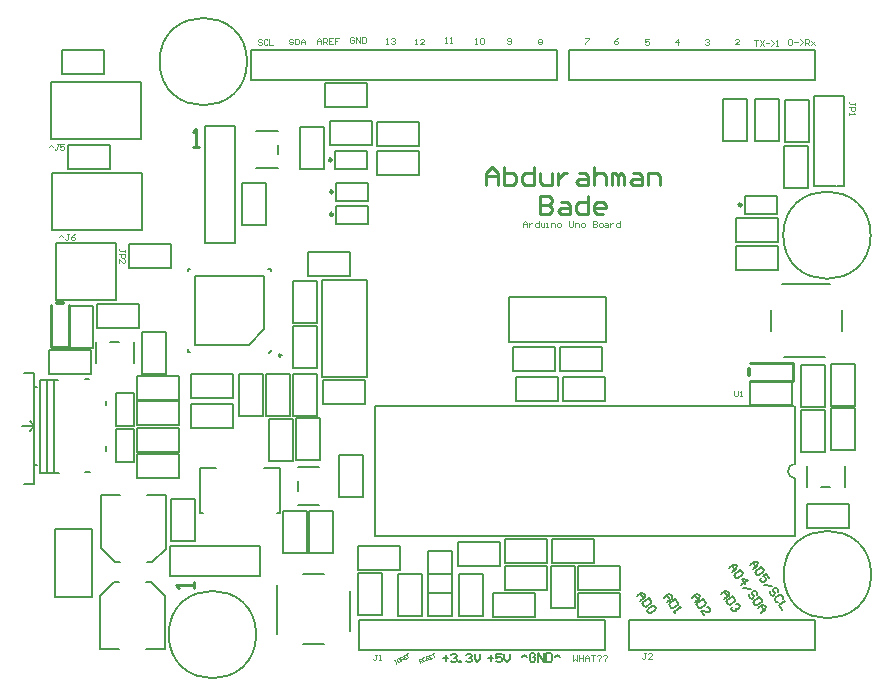
<source format=gto>
G04*
G04 #@! TF.GenerationSoftware,Altium Limited,Altium Designer,20.1.7 (139)*
G04*
G04 Layer_Color=65535*
%FSLAX44Y44*%
%MOMM*%
G71*
G04*
G04 #@! TF.SameCoordinates,E8198626-57D4-45C4-B418-2AD32184AFD2*
G04*
G04*
G04 #@! TF.FilePolarity,Positive*
G04*
G01*
G75*
%ADD10C,0.2000*%
%ADD11C,0.2500*%
%ADD12C,0.2540*%
%ADD13C,0.3778*%
%ADD14C,0.2000*%
%ADD15C,0.1000*%
D10*
X633350Y170180D02*
G03*
X633350Y157480I0J-6350D01*
G01*
X169000Y510500D02*
G03*
X169000Y510500I-37000J0D01*
G01*
X697000Y363500D02*
G03*
X697000Y363500I-37000J0D01*
G01*
X697400Y76200D02*
G03*
X697400Y76200I-37000J0D01*
G01*
X176700Y25400D02*
G03*
X176700Y25400I-37000J0D01*
G01*
X549450Y108830D02*
X633350D01*
X277750D02*
X371650D01*
X609575Y218830D02*
X632500D01*
X540800D02*
X563725D01*
X609575D01*
X277750D02*
X366650D01*
X544450D01*
X277750Y108830D02*
Y218830D01*
X371650Y108830D02*
X549450D01*
X633350D02*
Y157480D01*
Y170430D02*
Y218830D01*
X-15125Y198000D02*
X-11125Y202000D01*
X-15125Y206000D02*
X-11125Y202000D01*
X-10125Y169000D02*
X-9125D01*
X-11125Y235000D02*
X-9125D01*
X-21125Y202000D02*
X-11125D01*
X-20125Y247000D02*
X-11125D01*
X-20125Y153000D02*
X-11125D01*
Y247000D01*
X5875Y162000D02*
Y240000D01*
X-125Y162000D02*
Y240000D01*
X-6125Y162000D02*
X9875D01*
X-6125D02*
Y241000D01*
X8875D01*
X49875Y181000D02*
Y185000D01*
Y220000D02*
Y223000D01*
X31875Y163000D02*
X35875D01*
X31875Y242000D02*
X34875D01*
X624000Y260500D02*
X658000D01*
X622000Y322500D02*
X663000D01*
X673000Y282500D02*
Y300500D01*
X613000Y282500D02*
Y300500D01*
X216000Y17000D02*
X234000D01*
X216000Y77000D02*
X234000D01*
X194000Y26000D02*
Y67000D01*
X256000Y28000D02*
Y62000D01*
X617600Y381380D02*
Y396620D01*
X590400Y381380D02*
X617600D01*
X590400D02*
Y396620D01*
X617600D01*
X243400Y434620D02*
X270600D01*
X243400Y419380D02*
Y434620D01*
Y419380D02*
X270600D01*
Y434620D01*
X271600Y392380D02*
Y407620D01*
X244400Y392380D02*
X271600D01*
X244400D02*
Y407620D01*
X271600D01*
X244400Y388620D02*
X271600D01*
X244400Y373380D02*
Y388620D01*
Y373380D02*
X271600D01*
Y388620D01*
X57700Y308951D02*
Y356830D01*
X6900D02*
X57700D01*
X6900Y308570D02*
Y356830D01*
Y308570D02*
X57700D01*
X663840Y218720D02*
X684160D01*
X663840D02*
Y254280D01*
X684160Y218720D02*
Y254280D01*
X663840D02*
X684160D01*
X663340Y217280D02*
X683660D01*
X663340Y181720D02*
Y217280D01*
X683660Y181720D02*
Y217280D01*
X663340Y181720D02*
X683660D01*
X180340Y520700D02*
X431800D01*
X172720D02*
X180340D01*
X172720Y495300D02*
Y520700D01*
Y495300D02*
X431800D01*
Y520700D01*
X321840Y60220D02*
X342160D01*
X321840D02*
Y95780D01*
X342160Y60220D02*
Y95780D01*
X321840D02*
X342160D01*
X4000Y367670D02*
Y415549D01*
Y367670D02*
X80200D01*
Y415930D01*
X4000D02*
X80200D01*
X208280Y325120D02*
X228600D01*
X208280Y289560D02*
Y325120D01*
X228600Y289560D02*
Y325120D01*
X208280Y289560D02*
X228600D01*
X157480Y200660D02*
Y220980D01*
X121920Y200660D02*
X157480D01*
X121920Y220980D02*
X157480D01*
X121920Y200660D02*
Y220980D01*
X187960Y172720D02*
X208280D01*
Y208280D01*
X187960Y172720D02*
Y208280D01*
X208280D01*
X164840Y407780D02*
X185160D01*
Y372220D02*
Y407780D01*
X164840Y372220D02*
Y407780D01*
Y372220D02*
X185160D01*
X99500Y13500D02*
Y58500D01*
X83500Y13500D02*
X99500D01*
X44500D02*
X60500D01*
X44500D02*
Y58500D01*
X45000Y59000D02*
X56250Y70250D01*
X60750D01*
X87750D02*
X99000Y59000D01*
X83250Y70250D02*
X87750D01*
X17220Y419840D02*
Y440160D01*
Y419840D02*
X52780D01*
X17220Y440160D02*
X52780D01*
Y419840D02*
Y440160D01*
X412780Y39840D02*
Y60160D01*
X377220D02*
X412780D01*
X377220Y39840D02*
X412780D01*
X377220D02*
Y60160D01*
X208280Y210820D02*
X228600D01*
Y246380D01*
X208280Y210820D02*
Y246380D01*
X228600D01*
X347980Y83820D02*
Y104140D01*
X383540D01*
X347980Y83820D02*
X383540D01*
Y104140D01*
X449580Y40640D02*
Y60960D01*
Y40640D02*
X485140D01*
X449580Y60960D02*
X485140D01*
Y40640D02*
Y60960D01*
X650240Y20320D02*
Y22225D01*
Y12700D02*
Y20320D01*
Y31750D02*
Y38100D01*
Y28575D02*
Y31750D01*
Y22225D02*
Y28575D01*
X492760Y12700D02*
X650240D01*
X492760Y38100D02*
X650240D01*
X492760Y12700D02*
Y38100D01*
X426720Y48260D02*
X447040D01*
Y83820D01*
X426720Y48260D02*
Y83820D01*
X447040D01*
X263220Y79840D02*
Y100160D01*
X298780D01*
X263220Y79840D02*
X298780D01*
Y100160D01*
X12220Y499840D02*
Y520160D01*
Y499840D02*
X47780D01*
X12220Y520160D02*
X47780D01*
Y499840D02*
Y520160D01*
X469900Y248920D02*
Y269240D01*
X434340D02*
X469900D01*
X434340Y248920D02*
X469900D01*
X434340D02*
Y269240D01*
X396900Y223520D02*
Y243840D01*
X432460D01*
X396900Y223520D02*
X432460D01*
Y243840D01*
X429920Y248920D02*
Y269240D01*
X394360D02*
X429920D01*
X394360Y248920D02*
X429920D01*
X394360D02*
Y269240D01*
X221840Y94220D02*
X242160D01*
Y129780D01*
X221840Y94220D02*
Y129780D01*
X242160D01*
X140920Y357100D02*
X142825D01*
X133300D02*
X140920D01*
X152350D02*
X158700D01*
X148540D02*
X152350D01*
X142825D02*
X148540D01*
X133300D02*
Y456160D01*
X158700Y357100D02*
Y456160D01*
X133300D02*
X158700D01*
X36780Y245840D02*
Y266160D01*
X1220Y245840D02*
X36780D01*
X1220Y266160D02*
X36780D01*
X1220Y245840D02*
Y266160D01*
X637840Y217720D02*
X658160D01*
X637840D02*
Y253280D01*
X658160Y217720D02*
Y253280D01*
X637840D02*
X658160D01*
X18340Y303780D02*
X38660D01*
Y268220D02*
Y303780D01*
X18340Y268220D02*
Y303780D01*
Y268220D02*
X38660D01*
X637840Y215780D02*
X658160D01*
Y180220D02*
Y215780D01*
X637840Y180220D02*
Y215780D01*
Y180220D02*
X658160D01*
X185420Y210820D02*
X205740D01*
Y246380D01*
X185420Y210820D02*
Y246380D01*
X205740D01*
X462940Y86360D02*
Y106680D01*
X427380D02*
X462940D01*
X427380Y86360D02*
X462940D01*
X427380D02*
Y106680D01*
X76220Y223840D02*
Y244160D01*
Y223840D02*
X111780D01*
X76220Y244160D02*
X111780D01*
Y223840D02*
Y244160D01*
X618780Y333840D02*
Y354160D01*
X583220D02*
X618780D01*
X583220Y333840D02*
X618780D01*
X583220D02*
Y354160D01*
X643220Y115840D02*
Y136160D01*
Y115840D02*
X678780D01*
X643220Y136160D02*
X678780D01*
Y115840D02*
Y136160D01*
X262840Y42220D02*
X283160D01*
X262840D02*
Y77780D01*
X283160Y42220D02*
Y77780D01*
X262840D02*
X283160D01*
X630780Y219840D02*
Y240160D01*
X595220Y219840D02*
X630780D01*
X595220Y240160D02*
X630780D01*
X595220Y219840D02*
Y240160D01*
X387220Y62840D02*
Y83160D01*
Y62840D02*
X422780D01*
X387220Y83160D02*
X422780D01*
Y62840D02*
Y83160D01*
X210840Y173220D02*
X231160D01*
Y208780D01*
X210840Y173220D02*
Y208780D01*
X231160D01*
X77780Y285340D02*
Y305660D01*
X42220D02*
X77780D01*
X42220Y285340D02*
X77780D01*
X42220D02*
Y305660D01*
X38000Y57000D02*
Y115000D01*
X6000D02*
X38000D01*
X6000Y57000D02*
X38000D01*
X6000D02*
Y115000D01*
X270780Y471840D02*
Y492160D01*
X235220D02*
X270780D01*
X235220Y471840D02*
X270780D01*
X235220D02*
Y492160D01*
X220220Y328840D02*
Y349160D01*
Y328840D02*
X255780D01*
X220220Y349160D02*
X255780D01*
Y328840D02*
Y349160D01*
X650240Y495300D02*
Y520700D01*
X441960Y495300D02*
X650240D01*
X441960Y520700D02*
X650240D01*
X441960Y504825D02*
Y511175D01*
Y501650D02*
Y504825D01*
Y495300D02*
Y501650D01*
Y513080D02*
Y520700D01*
Y511175D02*
Y513080D01*
X246840Y177780D02*
X267160D01*
Y142220D02*
Y177780D01*
X246840Y142220D02*
Y177780D01*
Y142220D02*
X267160D01*
X104840Y139780D02*
X125160D01*
X104840Y104220D02*
Y139780D01*
X125160Y104220D02*
Y139780D01*
X104840Y104220D02*
X125160D01*
X103500Y75300D02*
Y100700D01*
X179700D01*
X103500Y75300D02*
X179700D01*
Y94350D02*
Y100700D01*
Y75300D02*
Y82920D01*
X179660Y83000D02*
Y94000D01*
X199840Y129780D02*
X220160D01*
X199840Y94220D02*
Y129780D01*
X220160Y94220D02*
Y129780D01*
X199840Y94220D02*
X220160D01*
X449580Y63500D02*
Y83820D01*
Y63500D02*
X485140D01*
X449580Y83820D02*
X485140D01*
Y63500D02*
Y83820D01*
X264160Y12700D02*
Y38100D01*
X472440D01*
X264160Y12700D02*
X472440D01*
Y22225D02*
Y28575D01*
Y31750D01*
Y38100D01*
Y12700D02*
Y20320D01*
Y22225D01*
X2900Y445070D02*
Y492949D01*
Y445070D02*
X79100D01*
Y493330D01*
X2900D02*
X79100D01*
X623840Y438780D02*
X644160D01*
Y403220D02*
Y438780D01*
X623840Y403220D02*
Y438780D01*
Y403220D02*
X644160D01*
X296840Y76780D02*
X317160D01*
X296840Y41220D02*
Y76780D01*
X317160Y41220D02*
Y76780D01*
X296840Y41220D02*
X317160D01*
X387220Y85840D02*
Y106160D01*
Y85840D02*
X422780D01*
X387220Y106160D02*
X422780D01*
Y85840D02*
Y106160D01*
X624840Y442220D02*
X645160D01*
Y477780D01*
X624840Y442220D02*
Y477780D01*
X645160D01*
X571840Y478780D02*
X592160D01*
Y443220D02*
Y478780D01*
X571840Y443220D02*
Y478780D01*
Y443220D02*
X592160D01*
X278720Y438840D02*
Y459160D01*
X314280D01*
X278720Y438840D02*
X314280D01*
Y459160D01*
X348840Y76780D02*
X369160D01*
X348840Y41220D02*
Y76780D01*
X369160Y41220D02*
Y76780D01*
X348840Y41220D02*
X369160D01*
X598840Y478780D02*
X619160D01*
Y443220D02*
Y478780D01*
X598840Y443220D02*
Y478780D01*
Y443220D02*
X619160D01*
X436220Y223520D02*
Y243840D01*
Y223520D02*
X471780D01*
X436220Y243840D02*
X471780D01*
Y223520D02*
Y243840D01*
X649300Y481700D02*
X674700D01*
Y405500D02*
Y481700D01*
X649300Y405500D02*
Y481700D01*
X668350Y405500D02*
X674700D01*
X649300D02*
X656920D01*
X657000Y405540D02*
X668000D01*
X583220Y357840D02*
Y378160D01*
X618780D01*
X583220Y357840D02*
X618780D01*
Y378160D01*
X157480Y226060D02*
Y246380D01*
X121920D02*
X157480D01*
X121920Y226060D02*
X157480D01*
X121920D02*
Y246380D01*
X213840Y419220D02*
X234160D01*
Y454780D01*
X213840Y419220D02*
Y454780D01*
X234160D01*
X162560Y210820D02*
X182880D01*
Y246380D01*
X162560Y210820D02*
Y246380D01*
X182880D01*
X239220Y439840D02*
Y460160D01*
X274780D01*
X239220Y439840D02*
X274780D01*
Y460160D01*
X79840Y246220D02*
X100160D01*
X79840D02*
Y281780D01*
X100160Y246220D02*
Y281780D01*
X79840D02*
X100160D01*
X170300Y270850D02*
X183150Y283700D01*
X124850Y270850D02*
X170300D01*
X124850D02*
Y329150D01*
X183150D01*
Y283700D02*
Y329150D01*
X189000Y333000D02*
Y335000D01*
X187000D02*
X189000D01*
Y333000D02*
Y335000D01*
X187000D02*
X189000D01*
X119000Y333000D02*
Y335000D01*
X121000D01*
X119000Y265000D02*
X121000D01*
X119000D02*
Y267000D01*
X188000Y264000D02*
X190000Y266000D01*
X73000Y255000D02*
Y273000D01*
X41000Y255000D02*
Y273000D01*
X53000D02*
X61000D01*
X643000Y150000D02*
Y168000D01*
X675000Y150000D02*
Y168000D01*
X655000Y150000D02*
X663000D01*
X472800Y273100D02*
Y311100D01*
X390800D02*
X472800D01*
X390800Y273100D02*
X472800D01*
X390800D02*
Y311100D01*
X212000Y167000D02*
X230000D01*
X212000Y135000D02*
X230000D01*
X212000Y147000D02*
Y155000D01*
X177000Y420000D02*
X195000D01*
X177000Y452000D02*
X195000D01*
Y432000D02*
Y440000D01*
X129000Y128000D02*
X132000D01*
X194000D02*
X197000D01*
Y166000D01*
X190000D02*
X197000D01*
X183000D02*
X191000D01*
X129000D02*
X143000D01*
X129000Y165000D02*
Y166000D01*
Y128000D02*
Y165000D01*
X321840Y41220D02*
X342160D01*
X321840D02*
Y76780D01*
X342160Y41220D02*
Y76780D01*
X321840D02*
X342160D01*
X111760Y180340D02*
Y200660D01*
X76200Y180340D02*
X111760D01*
X76200Y200660D02*
X111760D01*
X76200Y180340D02*
Y200660D01*
X76220Y157840D02*
Y178160D01*
X111780D01*
X76220Y157840D02*
X111780D01*
Y178160D01*
X278720Y414840D02*
Y435160D01*
X314280D01*
X278720Y414840D02*
X314280D01*
Y435160D01*
X232460Y243480D02*
X270460D01*
Y325480D01*
X232460Y243480D02*
Y325480D01*
X270460D01*
X58420Y171570D02*
Y199510D01*
Y171570D02*
X73660D01*
X58420Y199510D02*
X73660D01*
Y171570D02*
Y199510D01*
X111760Y203200D02*
Y223520D01*
X76200Y203200D02*
X111760D01*
X76200Y223520D02*
X111760D01*
X76200Y203200D02*
Y223520D01*
X68720Y335840D02*
Y356160D01*
X104280D01*
X68720Y335840D02*
X104280D01*
Y356160D01*
X73660Y201810D02*
Y229750D01*
X58420D02*
X73660D01*
X58420Y201810D02*
X73660D01*
X58420D02*
Y229750D01*
X208280Y287020D02*
X228600D01*
Y251460D02*
Y287020D01*
X208280Y251460D02*
Y287020D01*
Y251460D02*
X228600D01*
X45500Y98500D02*
Y143500D01*
X61500D01*
X84500D02*
X100500D01*
Y98500D02*
Y143500D01*
X88750Y86750D02*
X100000Y98000D01*
X84250Y86750D02*
X88750D01*
X46000Y98000D02*
X57250Y86750D01*
X61750D01*
X233680Y220980D02*
Y241300D01*
Y220980D02*
X269240D01*
X233680Y241300D02*
X269240D01*
Y220980D02*
Y241300D01*
X334800Y5699D02*
X339465D01*
X337133Y8031D02*
Y3366D01*
X341798Y8031D02*
X342964Y9198D01*
X345297D01*
X346463Y8031D01*
Y6865D01*
X345297Y5699D01*
X344130D01*
X345297D01*
X346463Y4533D01*
Y3366D01*
X345297Y2200D01*
X342964D01*
X341798Y3366D01*
X348796Y2200D02*
Y3366D01*
X349962D01*
Y2200D01*
X348796D01*
X354627Y8031D02*
X355793Y9198D01*
X358126D01*
X359292Y8031D01*
Y6865D01*
X358126Y5699D01*
X356959D01*
X358126D01*
X359292Y4533D01*
Y3366D01*
X358126Y2200D01*
X355793D01*
X354627Y3366D01*
X361625Y9198D02*
Y4533D01*
X363957Y2200D01*
X366290Y4533D01*
Y9198D01*
X373000Y5499D02*
X377665D01*
X375333Y7832D02*
Y3166D01*
X384663Y8998D02*
X379998D01*
Y5499D01*
X382330Y6665D01*
X383497D01*
X384663Y5499D01*
Y3166D01*
X383497Y2000D01*
X381164D01*
X379998Y3166D01*
X386996Y8998D02*
Y4333D01*
X389328Y2000D01*
X391661Y4333D01*
Y8998D01*
X401500Y5999D02*
X403833Y8332D01*
X406165Y5999D01*
X413163Y8332D02*
X411997Y9498D01*
X409664D01*
X408498Y8332D01*
Y3666D01*
X409664Y2500D01*
X411997D01*
X413163Y3666D01*
Y5999D01*
X410830D01*
X415495Y2500D02*
Y9498D01*
X420161Y2500D01*
Y9498D01*
X422493D02*
Y2500D01*
X425992D01*
X427158Y3666D01*
Y8332D01*
X425992Y9498D01*
X422493D01*
X429491Y5999D02*
X431824Y8332D01*
X434156Y5999D01*
X499189Y57932D02*
X502988Y60640D01*
X506242Y60095D01*
X505696Y56842D01*
X501898Y54134D01*
X504747Y56165D01*
X502039Y59963D01*
X508950Y56296D02*
X503251Y52234D01*
X505283Y49385D01*
X506909Y49113D01*
X510708Y51821D01*
X510981Y53447D01*
X508950Y56296D01*
X512062Y49921D02*
X513689Y49648D01*
X515043Y47749D01*
X514770Y46122D01*
X510971Y43414D01*
X509345Y43687D01*
X507991Y45587D01*
X508263Y47213D01*
X512062Y49921D01*
X521983Y56734D02*
X525781Y59442D01*
X529035Y58896D01*
X528489Y55643D01*
X524691Y52935D01*
X527540Y54966D01*
X524832Y58765D01*
X531743Y55098D02*
X526045Y51036D01*
X528076Y48186D01*
X529702Y47914D01*
X533501Y50622D01*
X533774Y52249D01*
X531743Y55098D01*
X530107Y45338D02*
X531461Y43438D01*
X530784Y44388D01*
X536482Y48450D01*
X534855Y48723D01*
X545483Y56734D02*
X549281Y59442D01*
X552535Y58896D01*
X551989Y55643D01*
X548191Y52935D01*
X551040Y54966D01*
X548332Y58765D01*
X555243Y55098D02*
X549545Y51036D01*
X551576Y48186D01*
X553202Y47914D01*
X557001Y50622D01*
X557274Y52249D01*
X555243Y55098D01*
X556315Y41539D02*
X553607Y45338D01*
X560113Y44247D01*
X561063Y44924D01*
X561336Y46550D01*
X559982Y48450D01*
X558355Y48723D01*
X570289Y59532D02*
X574088Y62240D01*
X577342Y61695D01*
X576796Y58442D01*
X572998Y55734D01*
X575847Y57765D01*
X573139Y61563D01*
X580050Y57896D02*
X574352Y53834D01*
X576383Y50985D01*
X578009Y50712D01*
X581808Y53421D01*
X582081Y55047D01*
X580050Y57896D01*
X583162Y51521D02*
X584789Y51248D01*
X586143Y49349D01*
X585870Y47722D01*
X584920Y47045D01*
X583294Y47318D01*
X582617Y48268D01*
X583294Y47318D01*
X583021Y45691D01*
X582071Y45014D01*
X580445Y45287D01*
X579091Y47186D01*
X579363Y48813D01*
X576889Y81732D02*
X580688Y84440D01*
X583942Y83895D01*
X583396Y80642D01*
X579598Y77934D01*
X582447Y79965D01*
X579739Y83763D01*
X586650Y80096D02*
X580951Y76034D01*
X582982Y73185D01*
X584609Y72913D01*
X588408Y75620D01*
X588681Y77247D01*
X586650Y80096D01*
X587044Y67487D02*
X592743Y71549D01*
X587863Y72367D01*
X590571Y68568D01*
X589076Y64638D02*
X595582Y63547D01*
X600594Y58526D02*
X600867Y60153D01*
X599513Y62052D01*
X597886Y62325D01*
X596936Y61648D01*
X596664Y60021D01*
X598018Y58122D01*
X597745Y56495D01*
X596795Y55818D01*
X595169Y56091D01*
X593815Y57990D01*
X594087Y59617D01*
X602898Y57304D02*
X597200Y53242D01*
X599231Y50393D01*
X600857Y50120D01*
X604656Y52828D01*
X604929Y54455D01*
X602898Y57304D01*
X601262Y47544D02*
X605060Y50252D01*
X608314Y49706D01*
X607768Y46453D01*
X603970Y43745D01*
X606819Y45776D01*
X604111Y49575D01*
X594689Y84332D02*
X598488Y87040D01*
X601742Y86495D01*
X601196Y83242D01*
X597397Y80534D01*
X600247Y82565D01*
X597539Y86363D01*
X604450Y82696D02*
X598751Y78634D01*
X600783Y75785D01*
X602409Y75512D01*
X606208Y78221D01*
X606481Y79847D01*
X604450Y82696D01*
X611220Y73199D02*
X608512Y76998D01*
X605663Y74967D01*
X607966Y73745D01*
X608643Y72795D01*
X608371Y71168D01*
X606471Y69814D01*
X604845Y70087D01*
X603491Y71986D01*
X603763Y73613D01*
X606876Y67238D02*
X613382Y66147D01*
X618394Y61126D02*
X618667Y62753D01*
X617313Y64652D01*
X615686Y64925D01*
X614736Y64248D01*
X614464Y62621D01*
X615818Y60722D01*
X615545Y59095D01*
X614595Y58418D01*
X612969Y58691D01*
X611615Y60590D01*
X611887Y62217D01*
X622456Y55428D02*
X622729Y57055D01*
X621375Y58954D01*
X619748Y59227D01*
X615949Y56519D01*
X615677Y54892D01*
X617031Y52993D01*
X618657Y52720D01*
X624760Y54206D02*
X619062Y50144D01*
X621770Y46345D01*
D11*
X587750Y389250D02*
G03*
X587750Y389250I-1250J0D01*
G01*
X240750Y427250D02*
G03*
X240750Y427250I-1250J0D01*
G01*
X241750Y400250D02*
G03*
X241750Y400250I-1250J0D01*
G01*
Y381250D02*
G03*
X241750Y381250I-1250J0D01*
G01*
D12*
X198000Y262000D02*
G03*
X198000Y262000I-1000J0D01*
G01*
X595220Y239880D02*
X631400D01*
Y255120D01*
X595220D02*
X631400D01*
X18120Y268600D02*
Y304780D01*
X2880Y268600D02*
X18120D01*
X2880D02*
Y304780D01*
X371364Y405918D02*
Y416075D01*
X376442Y421153D01*
X381521Y416075D01*
Y405918D01*
Y413536D01*
X371364D01*
X386599Y421153D02*
Y405918D01*
X394216D01*
X396756Y408457D01*
Y410996D01*
Y413536D01*
X394216Y416075D01*
X386599D01*
X411991Y421153D02*
Y405918D01*
X404373D01*
X401834Y408457D01*
Y413536D01*
X404373Y416075D01*
X411991D01*
X417069D02*
Y408457D01*
X419608Y405918D01*
X427226D01*
Y416075D01*
X432304D02*
Y405918D01*
Y410996D01*
X434843Y413536D01*
X437383Y416075D01*
X439922D01*
X450078D02*
X455157D01*
X457696Y413536D01*
Y405918D01*
X450078D01*
X447539Y408457D01*
X450078Y410996D01*
X457696D01*
X462774Y421153D02*
Y405918D01*
Y413536D01*
X465313Y416075D01*
X470392D01*
X472931Y413536D01*
Y405918D01*
X478009D02*
Y416075D01*
X480549D01*
X483088Y413536D01*
Y405918D01*
Y413536D01*
X485627Y416075D01*
X488166Y413536D01*
Y405918D01*
X495784Y416075D02*
X500862D01*
X503401Y413536D01*
Y405918D01*
X495784D01*
X493244Y408457D01*
X495784Y410996D01*
X503401D01*
X508479Y405918D02*
Y416075D01*
X516097D01*
X518636Y413536D01*
Y405918D01*
X417069Y396775D02*
Y381540D01*
X424687D01*
X427226Y384079D01*
Y386618D01*
X424687Y389157D01*
X417069D01*
X424687D01*
X427226Y391697D01*
Y394236D01*
X424687Y396775D01*
X417069D01*
X434843Y391697D02*
X439922D01*
X442461Y389157D01*
Y381540D01*
X434843D01*
X432304Y384079D01*
X434843Y386618D01*
X442461D01*
X457696Y396775D02*
Y381540D01*
X450078D01*
X447539Y384079D01*
Y389157D01*
X450078Y391697D01*
X457696D01*
X470392Y381540D02*
X465313D01*
X462774Y384079D01*
Y389157D01*
X465313Y391697D01*
X470392D01*
X472931Y389157D01*
Y386618D01*
X462774D01*
X123140Y438380D02*
X128218D01*
X125679D01*
Y453615D01*
X123140Y451076D01*
X123820Y65140D02*
Y70218D01*
Y67679D01*
X108585D01*
X111124Y65140D01*
D13*
X593696Y245214D02*
Y250294D01*
X8214Y306304D02*
X13294D01*
D14*
X45000Y59000D02*
D03*
X99000D02*
D03*
X100000Y98000D02*
D03*
X46000D02*
D03*
D15*
X402500Y370500D02*
Y373832D01*
X404166Y375498D01*
X405832Y373832D01*
Y370500D01*
Y372999D01*
X402500D01*
X407498Y373832D02*
Y370500D01*
Y372166D01*
X408331Y372999D01*
X409165Y373832D01*
X409998D01*
X415829Y375498D02*
Y370500D01*
X413330D01*
X412497Y371333D01*
Y372999D01*
X413330Y373832D01*
X415829D01*
X417495D02*
Y371333D01*
X418328Y370500D01*
X420827D01*
Y373832D01*
X422494Y370500D02*
X424160D01*
X423326D01*
Y373832D01*
X422494D01*
X426659Y370500D02*
Y373832D01*
X429158D01*
X429991Y372999D01*
Y370500D01*
X432490D02*
X434156D01*
X434989Y371333D01*
Y372999D01*
X434156Y373832D01*
X432490D01*
X431657Y372999D01*
Y371333D01*
X432490Y370500D01*
X441654Y375498D02*
Y371333D01*
X442487Y370500D01*
X444153D01*
X444986Y371333D01*
Y375498D01*
X446652Y370500D02*
Y373832D01*
X449151D01*
X449985Y372999D01*
Y370500D01*
X452484D02*
X454150D01*
X454983Y371333D01*
Y372999D01*
X454150Y373832D01*
X452484D01*
X451651Y372999D01*
Y371333D01*
X452484Y370500D01*
X461647Y375498D02*
Y370500D01*
X464146D01*
X464980Y371333D01*
Y372166D01*
X464146Y372999D01*
X461647D01*
X464146D01*
X464980Y373832D01*
Y374665D01*
X464146Y375498D01*
X461647D01*
X467479Y370500D02*
X469145D01*
X469978Y371333D01*
Y372999D01*
X469145Y373832D01*
X467479D01*
X466646Y372999D01*
Y371333D01*
X467479Y370500D01*
X472477Y373832D02*
X474143D01*
X474976Y372999D01*
Y370500D01*
X472477D01*
X471644Y371333D01*
X472477Y372166D01*
X474976D01*
X476642Y373832D02*
Y370500D01*
Y372166D01*
X477476Y372999D01*
X478308Y373832D01*
X479142D01*
X484973Y375498D02*
Y370500D01*
X482474D01*
X481641Y371333D01*
Y372999D01*
X482474Y373832D01*
X484973D01*
X278832Y8498D02*
X277166D01*
X277999D01*
Y4333D01*
X277166Y3500D01*
X276333D01*
X275500Y4333D01*
X280498Y3500D02*
X282164D01*
X281331D01*
Y8498D01*
X280498Y7665D01*
X506832Y9498D02*
X505166D01*
X505999D01*
Y5333D01*
X505166Y4500D01*
X504333D01*
X503500Y5333D01*
X511831Y4500D02*
X508498D01*
X511831Y7832D01*
Y8665D01*
X510998Y9498D01*
X509331D01*
X508498Y8665D01*
X683498Y473668D02*
Y475334D01*
Y474501D01*
X679333D01*
X678500Y475334D01*
Y476167D01*
X679333Y477000D01*
X678500Y472002D02*
X683498D01*
Y469502D01*
X682665Y468669D01*
X680999D01*
X680166Y469502D01*
Y472002D01*
X678500Y467003D02*
Y465337D01*
Y466170D01*
X683498D01*
X682665Y467003D01*
X581500Y231998D02*
Y227833D01*
X582333Y227000D01*
X583999D01*
X584832Y227833D01*
Y231998D01*
X586498Y227000D02*
X588164D01*
X587331D01*
Y231998D01*
X586498Y231165D01*
X287000Y525500D02*
X288666D01*
X287833D01*
Y530498D01*
X287000Y529665D01*
X291165D02*
X291998Y530498D01*
X293664D01*
X294498Y529665D01*
Y528832D01*
X293664Y527999D01*
X292831D01*
X293664D01*
X294498Y527166D01*
Y526333D01*
X293664Y525500D01*
X291998D01*
X291165Y526333D01*
X311000Y525000D02*
X312666D01*
X311833D01*
Y529998D01*
X311000Y529165D01*
X318498Y525000D02*
X315165D01*
X318498Y528332D01*
Y529165D01*
X317665Y529998D01*
X315998D01*
X315165Y529165D01*
X337000Y526000D02*
X338666D01*
X337833D01*
Y530998D01*
X337000Y530165D01*
X341165Y526000D02*
X342831D01*
X341998D01*
Y530998D01*
X341165Y530165D01*
X362000Y525500D02*
X363666D01*
X362833D01*
Y530498D01*
X362000Y529665D01*
X366165D02*
X366998Y530498D01*
X368665D01*
X369498Y529665D01*
Y526333D01*
X368665Y525500D01*
X366998D01*
X366165Y526333D01*
Y529665D01*
X389000Y526333D02*
X389833Y525500D01*
X391499D01*
X392332Y526333D01*
Y529665D01*
X391499Y530498D01*
X389833D01*
X389000Y529665D01*
Y528832D01*
X389833Y527999D01*
X392332D01*
X415500Y529165D02*
X416333Y529998D01*
X417999D01*
X418832Y529165D01*
Y528332D01*
X417999Y527499D01*
X418832Y526666D01*
Y525833D01*
X417999Y525000D01*
X416333D01*
X415500Y525833D01*
Y526666D01*
X416333Y527499D01*
X415500Y528332D01*
Y529165D01*
X416333Y527499D02*
X417999D01*
X455500Y530498D02*
X458832D01*
Y529665D01*
X455500Y526333D01*
Y525500D01*
X483332Y530498D02*
X481666Y529665D01*
X480000Y527999D01*
Y526333D01*
X480833Y525500D01*
X482499D01*
X483332Y526333D01*
Y527166D01*
X482499Y527999D01*
X480000D01*
X509332Y529498D02*
X506000D01*
Y526999D01*
X507666Y527832D01*
X508499D01*
X509332Y526999D01*
Y525333D01*
X508499Y524500D01*
X506833D01*
X506000Y525333D01*
X533999Y524500D02*
Y529498D01*
X531500Y526999D01*
X534832D01*
X557000Y528665D02*
X557833Y529498D01*
X559499D01*
X560332Y528665D01*
Y527832D01*
X559499Y526999D01*
X558666D01*
X559499D01*
X560332Y526166D01*
Y525333D01*
X559499Y524500D01*
X557833D01*
X557000Y525333D01*
X585832Y525000D02*
X582500D01*
X585832Y528332D01*
Y529165D01*
X584999Y529998D01*
X583333D01*
X582500Y529165D01*
X598000Y528998D02*
X601332D01*
X599666D01*
Y524000D01*
X602998Y528998D02*
X606331Y524000D01*
Y528998D02*
X602998Y524000D01*
X607997Y526499D02*
X611329D01*
X612995Y524000D02*
X615494Y526499D01*
X612995Y528998D01*
X617160Y524000D02*
X618826D01*
X617994D01*
Y528998D01*
X617160Y528165D01*
X627000Y528665D02*
X627833Y529498D01*
X629499D01*
X630332Y528665D01*
Y525333D01*
X629499Y524500D01*
X627833D01*
X627000Y525333D01*
Y528665D01*
X631998Y526999D02*
X635331D01*
X636997Y524500D02*
X639496Y526999D01*
X636997Y529498D01*
X641162Y524500D02*
Y529498D01*
X643661D01*
X644494Y528665D01*
Y526999D01*
X643661Y526166D01*
X641162D01*
X642828D02*
X644494Y524500D01*
X646160Y527832D02*
X649493Y524500D01*
X647827Y526166D01*
X649493Y527832D01*
X646160Y524500D01*
X259832Y530165D02*
X258999Y530998D01*
X257333D01*
X256500Y530165D01*
Y526833D01*
X257333Y526000D01*
X258999D01*
X259832Y526833D01*
Y528499D01*
X258166D01*
X261498Y526000D02*
Y530998D01*
X264831Y526000D01*
Y530998D01*
X266497D02*
Y526000D01*
X268996D01*
X269829Y526833D01*
Y530165D01*
X268996Y530998D01*
X266497D01*
X228500Y525500D02*
Y528832D01*
X230166Y530498D01*
X231832Y528832D01*
Y525500D01*
Y527999D01*
X228500D01*
X233498Y525500D02*
Y530498D01*
X235998D01*
X236831Y529665D01*
Y527999D01*
X235998Y527166D01*
X233498D01*
X235165D02*
X236831Y525500D01*
X241829Y530498D02*
X238497D01*
Y525500D01*
X241829D01*
X238497Y527999D02*
X240163D01*
X246827Y530498D02*
X243495D01*
Y527999D01*
X245161D01*
X243495D01*
Y525500D01*
X207832Y529165D02*
X206999Y529998D01*
X205333D01*
X204500Y529165D01*
Y528332D01*
X205333Y527499D01*
X206999D01*
X207832Y526666D01*
Y525833D01*
X206999Y525000D01*
X205333D01*
X204500Y525833D01*
X209498Y529998D02*
Y525000D01*
X211998D01*
X212831Y525833D01*
Y529165D01*
X211998Y529998D01*
X209498D01*
X214497Y525000D02*
Y528332D01*
X216163Y529998D01*
X217829Y528332D01*
Y525000D01*
Y527499D01*
X214497D01*
X181332Y528665D02*
X180499Y529498D01*
X178833D01*
X178000Y528665D01*
Y527832D01*
X178833Y526999D01*
X180499D01*
X181332Y526166D01*
Y525333D01*
X180499Y524500D01*
X178833D01*
X178000Y525333D01*
X186331Y528665D02*
X185497Y529498D01*
X183831D01*
X182998Y528665D01*
Y525333D01*
X183831Y524500D01*
X185497D01*
X186331Y525333D01*
X187997Y529498D02*
Y524500D01*
X191329D01*
X445100Y8298D02*
Y3300D01*
X446766Y4966D01*
X448432Y3300D01*
Y8298D01*
X450098D02*
Y3300D01*
Y5799D01*
X453431D01*
Y8298D01*
Y3300D01*
X455097D02*
Y6632D01*
X456763Y8298D01*
X458429Y6632D01*
Y3300D01*
Y5799D01*
X455097D01*
X460095Y8298D02*
X463427D01*
X461761D01*
Y3300D01*
X465093Y7465D02*
X465927Y8298D01*
X467593D01*
X468426Y7465D01*
Y6632D01*
X466760Y4966D01*
Y4133D02*
Y3300D01*
X470092Y7465D02*
X470925Y8298D01*
X472591D01*
X473424Y7465D01*
Y6632D01*
X471758Y4966D01*
Y4133D02*
Y3300D01*
X293526Y3506D02*
X294412Y3970D01*
X293969Y3738D01*
X295363Y1083D01*
X294921Y850D01*
X295806Y1315D01*
X297067Y5364D02*
X296182Y4900D01*
X295972Y4225D01*
X296901Y2455D01*
X297576Y2244D01*
X298461Y2709D01*
X298671Y3384D01*
X297742Y5154D01*
X297067Y5364D01*
X299789Y3406D02*
X298395Y6061D01*
X299722Y6758D01*
X300397Y6548D01*
X300862Y5663D01*
X300652Y4988D01*
X299324Y4291D01*
X300209Y4756D02*
X301559Y4335D01*
X302820Y8385D02*
X301050Y7455D01*
X302444Y4800D01*
X304214Y5729D01*
X301747Y6128D02*
X302632Y6592D01*
X305476Y9779D02*
X303705Y8849D01*
X304402Y7522D01*
X305287Y7986D01*
X304402Y7522D01*
X305099Y6194D01*
X315468Y1695D02*
X314378Y4489D01*
X315775Y5034D01*
X316422Y4750D01*
X316786Y3819D01*
X316502Y3171D01*
X315105Y2626D01*
X316036Y2990D02*
X317331Y2422D01*
X319035Y6306D02*
X317172Y5579D01*
X318262Y2785D01*
X320125Y3512D01*
X317717Y4182D02*
X318648Y4545D01*
X322010Y6930D02*
X321363Y7214D01*
X320432Y6851D01*
X320148Y6203D01*
X320329Y5738D01*
X320977Y5454D01*
X321908Y5817D01*
X322555Y5533D01*
X322737Y5067D01*
X322453Y4420D01*
X321522Y4057D01*
X320874Y4341D01*
X324623Y8486D02*
X322760Y7759D01*
X323850Y4965D01*
X325713Y5692D01*
X323305Y6362D02*
X324236Y6725D01*
X325554Y8849D02*
X327416Y9576D01*
X326485Y9212D01*
X327575Y6418D01*
X65946Y349597D02*
X65966Y351263D01*
X65956Y350430D01*
X61791Y350479D01*
X60968Y351322D01*
X60978Y352155D01*
X61821Y352978D01*
X60929Y347990D02*
X65926Y347931D01*
X65897Y345432D01*
X65054Y344608D01*
X63388Y344628D01*
X62565Y345471D01*
X62594Y347970D01*
X60829Y339660D02*
X60869Y342992D01*
X64161Y339620D01*
X64994Y339610D01*
X65837Y340434D01*
X65857Y342100D01*
X65034Y342943D01*
X9900Y362299D02*
X11566Y363965D01*
X13232Y362299D01*
X18231Y364798D02*
X16565D01*
X17398D01*
Y360633D01*
X16565Y359800D01*
X15731D01*
X14898Y360633D01*
X23229Y364798D02*
X21563Y363965D01*
X19897Y362299D01*
Y360633D01*
X20730Y359800D01*
X22396D01*
X23229Y360633D01*
Y361466D01*
X22396Y362299D01*
X19897D01*
X1042Y438487D02*
X2727Y440133D01*
X4374Y438447D01*
X9401Y440887D02*
X7735Y440907D01*
X8568Y440897D01*
X8519Y436732D01*
X7676Y435909D01*
X6843Y435919D01*
X6020Y436762D01*
X14399Y440827D02*
X11067Y440867D01*
X11038Y438368D01*
X12714Y439181D01*
X13547Y439171D01*
X14370Y438328D01*
X14350Y436662D01*
X13507Y435839D01*
X11841Y435859D01*
X11018Y436702D01*
M02*

</source>
